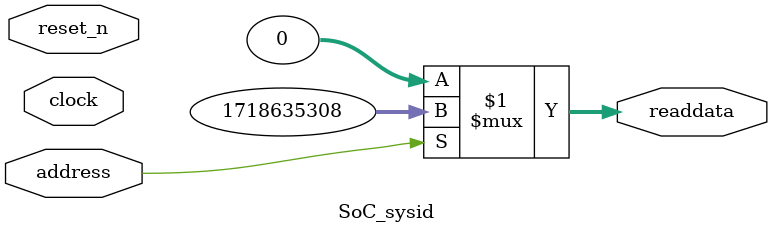
<source format=v>



// synthesis translate_off
`timescale 1ns / 1ps
// synthesis translate_on

// turn off superfluous verilog processor warnings 
// altera message_level Level1 
// altera message_off 10034 10035 10036 10037 10230 10240 10030 

module SoC_sysid (
               // inputs:
                address,
                clock,
                reset_n,

               // outputs:
                readdata
             )
;

  output  [ 31: 0] readdata;
  input            address;
  input            clock;
  input            reset_n;

  wire    [ 31: 0] readdata;
  //control_slave, which is an e_avalon_slave
  assign readdata = address ? 1718635308 : 0;

endmodule



</source>
